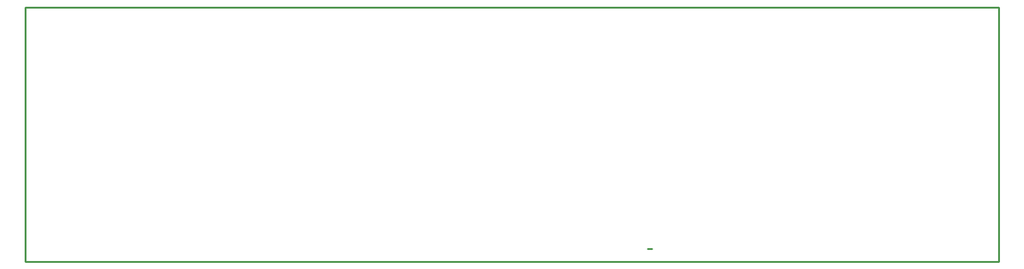
<source format=gbr>
%TF.GenerationSoftware,KiCad,Pcbnew,(6.0.4)*%
%TF.CreationDate,2022-05-03T20:53:16-03:00*%
%TF.ProjectId,PXN_2119,50584e5f-3231-4313-992e-6b696361645f,rev?*%
%TF.SameCoordinates,Original*%
%TF.FileFunction,Profile,NP*%
%FSLAX46Y46*%
G04 Gerber Fmt 4.6, Leading zero omitted, Abs format (unit mm)*
G04 Created by KiCad (PCBNEW (6.0.4)) date 2022-05-03 20:53:16*
%MOMM*%
%LPD*%
G01*
G04 APERTURE LIST*
%TA.AperFunction,Profile*%
%ADD10C,0.254000*%
%TD*%
G04 APERTURE END LIST*
D10*
X211500000Y-80679000D02*
X211500000Y-115750000D01*
X163244000Y-113938000D02*
X163844000Y-113938000D01*
X77750000Y-80679000D02*
X211500000Y-80679000D01*
X77750000Y-80679000D02*
X77750000Y-115750000D01*
X211500000Y-115750000D02*
X77750000Y-115750000D01*
M02*

</source>
